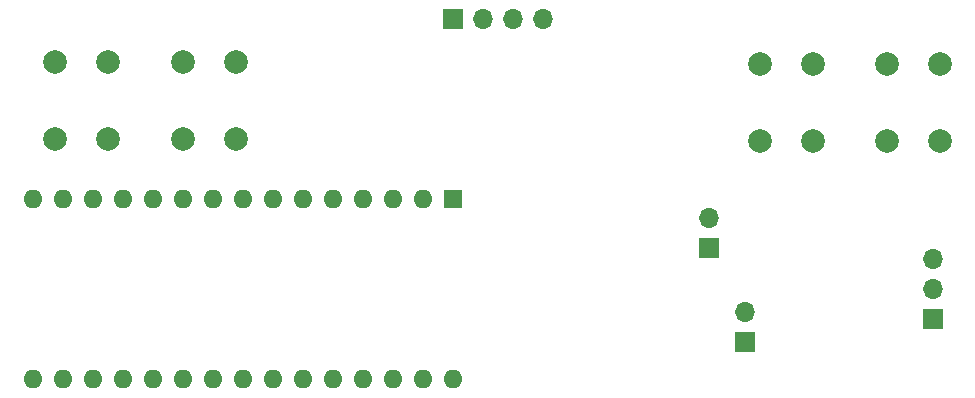
<source format=gbs>
G04 #@! TF.GenerationSoftware,KiCad,Pcbnew,(5.1.9)-1*
G04 #@! TF.CreationDate,2021-04-19T08:09:59-05:00*
G04 #@! TF.ProjectId,mini_game_april2021,6d696e69-5f67-4616-9d65-5f617072696c,rev?*
G04 #@! TF.SameCoordinates,Original*
G04 #@! TF.FileFunction,Soldermask,Bot*
G04 #@! TF.FilePolarity,Negative*
%FSLAX46Y46*%
G04 Gerber Fmt 4.6, Leading zero omitted, Abs format (unit mm)*
G04 Created by KiCad (PCBNEW (5.1.9)-1) date 2021-04-19 08:09:59*
%MOMM*%
%LPD*%
G01*
G04 APERTURE LIST*
%ADD10R,1.600000X1.600000*%
%ADD11O,1.600000X1.600000*%
%ADD12C,2.000000*%
%ADD13O,1.700000X1.700000*%
%ADD14R,1.700000X1.700000*%
G04 APERTURE END LIST*
D10*
X142240000Y-116840000D03*
D11*
X109220000Y-132080000D03*
X139700000Y-116840000D03*
X111760000Y-132080000D03*
X137160000Y-116840000D03*
X114300000Y-132080000D03*
X134620000Y-116840000D03*
X116840000Y-132080000D03*
X132080000Y-116840000D03*
X119380000Y-132080000D03*
X129540000Y-116840000D03*
X121920000Y-132080000D03*
X127000000Y-116840000D03*
X124460000Y-132080000D03*
X124460000Y-116840000D03*
X127000000Y-132080000D03*
X121920000Y-116840000D03*
X129540000Y-132080000D03*
X119380000Y-116840000D03*
X132080000Y-132080000D03*
X116840000Y-116840000D03*
X134620000Y-132080000D03*
X114300000Y-116840000D03*
X137160000Y-132080000D03*
X111760000Y-116840000D03*
X139700000Y-132080000D03*
X109220000Y-116840000D03*
X142240000Y-132080000D03*
X106680000Y-116840000D03*
X106680000Y-132080000D03*
D12*
X113085000Y-111760000D03*
X108585000Y-111760000D03*
X113085000Y-105260000D03*
X108585000Y-105260000D03*
D13*
X167005000Y-126365000D03*
D14*
X167005000Y-128905000D03*
X142240000Y-101600000D03*
D13*
X144780000Y-101600000D03*
X147320000Y-101600000D03*
X149860000Y-101600000D03*
D14*
X182880000Y-127000000D03*
D13*
X182880000Y-124460000D03*
X182880000Y-121920000D03*
D12*
X123880000Y-111760000D03*
X119380000Y-111760000D03*
X123880000Y-105260000D03*
X119380000Y-105260000D03*
X172720000Y-111910000D03*
X168220000Y-111910000D03*
X172720000Y-105410000D03*
X168220000Y-105410000D03*
X179015000Y-105410000D03*
X183515000Y-105410000D03*
X179015000Y-111910000D03*
X183515000Y-111910000D03*
D14*
X163982400Y-121005600D03*
D13*
X163982400Y-118465600D03*
M02*

</source>
